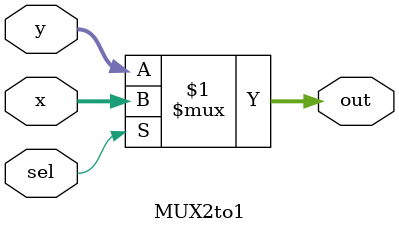
<source format=v>
`timescale 1ns / 1ps
module MUX2to1(out,sel,x,y);
    input [7:0] x,y;
    input sel;
    output [7:0] out;
    assign out = sel ? x : y;
endmodule

</source>
